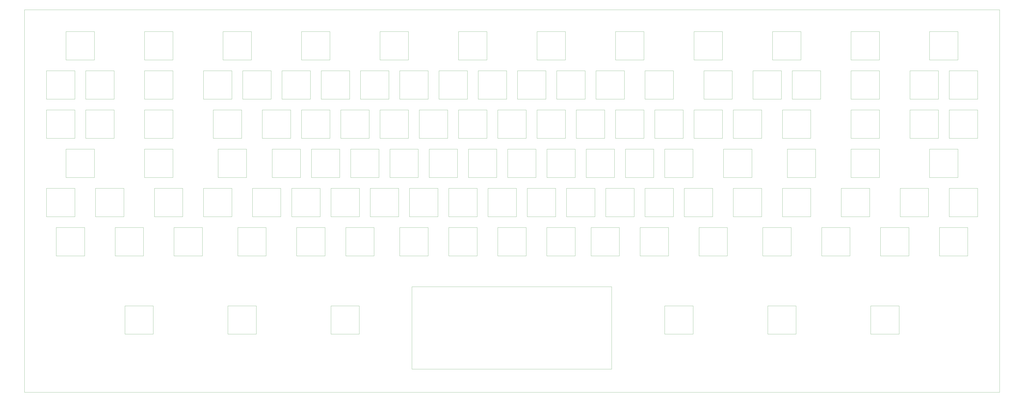
<source format=gbr>
%TF.GenerationSoftware,KiCad,Pcbnew,8.0.1-8.0.1-1~ubuntu22.04.1*%
%TF.CreationDate,2024-03-25T08:00:00+03:00*%
%TF.ProjectId,SpaceCadet,53706163-6543-4616-9465-742e6b696361,rev?*%
%TF.SameCoordinates,Original*%
%TF.FileFunction,AssemblyDrawing,Bot*%
%FSLAX46Y46*%
G04 Gerber Fmt 4.6, Leading zero omitted, Abs format (unit mm)*
G04 Created by KiCad (PCBNEW 8.0.1-8.0.1-1~ubuntu22.04.1) date 2024-03-25 08:00:00*
%MOMM*%
%LPD*%
G01*
G04 APERTURE LIST*
%ADD10C,0.100000*%
%ADD11C,0.120000*%
%TA.AperFunction,Profile*%
%ADD12C,0.100000*%
%TD*%
G04 APERTURE END LIST*
D10*
X379817382Y-98814999D02*
X393587382Y-98814999D01*
X393587382Y-112584999D01*
X379817382Y-112584999D01*
X379817382Y-98814999D01*
X260754922Y-60715004D02*
X274524922Y-60715004D01*
X274524922Y-74485004D01*
X260754922Y-74485004D01*
X260754922Y-60715004D01*
X275042422Y-98814999D02*
X288812422Y-98814999D01*
X288812422Y-112584999D01*
X275042422Y-112584999D01*
X275042422Y-98814999D01*
X365529912Y-41664997D02*
X379299912Y-41664997D01*
X379299912Y-55434997D01*
X365529912Y-55434997D01*
X365529912Y-41664997D01*
X441729832Y-60715004D02*
X455499832Y-60715004D01*
X455499832Y-74485004D01*
X441729832Y-74485004D01*
X441729832Y-60715004D01*
X179792472Y-98814999D02*
X193562472Y-98814999D01*
X193562472Y-112584999D01*
X179792472Y-112584999D01*
X179792472Y-98814999D01*
X127405002Y-60715004D02*
X141175002Y-60715004D01*
X141175002Y-74485004D01*
X127405002Y-74485004D01*
X127405002Y-60715004D01*
X189317452Y-79764994D02*
X203087452Y-79764994D01*
X203087452Y-93534994D01*
X189317452Y-93534994D01*
X189317452Y-79764994D01*
X310761232Y-117865004D02*
X324531232Y-117865004D01*
X324531232Y-131635004D01*
X310761232Y-131635004D01*
X310761232Y-117865004D01*
X322689387Y-155952562D02*
X336459387Y-155952562D01*
X336459387Y-169722562D01*
X322689387Y-169722562D01*
X322689387Y-155952562D01*
X372695012Y-155952614D02*
X386465012Y-155952614D01*
X386465012Y-169722614D01*
X372695012Y-169722614D01*
X372695012Y-155952614D01*
X422700895Y-155952666D02*
X436470895Y-155952666D01*
X436470895Y-169722666D01*
X422700895Y-169722666D01*
X422700895Y-155952666D01*
X108355002Y-22615000D02*
X122125002Y-22615000D01*
X122125002Y-36385000D01*
X108355002Y-36385000D01*
X108355002Y-22615000D01*
X117880012Y-41664997D02*
X131650012Y-41664997D01*
X131650012Y-55434997D01*
X117880012Y-55434997D01*
X117880012Y-41664997D01*
X398867532Y-117865004D02*
X412637532Y-117865004D01*
X412637532Y-131635004D01*
X398867532Y-131635004D01*
X398867532Y-117865004D01*
X413154852Y-60715004D02*
X426924852Y-60715004D01*
X426924852Y-74485004D01*
X413154852Y-74485004D01*
X413154852Y-60715004D01*
X339336252Y-117865004D02*
X353106252Y-117865004D01*
X353106252Y-131635004D01*
X339336252Y-131635004D01*
X339336252Y-117865004D01*
X22630002Y-60715004D02*
X36400002Y-60715004D01*
X36400002Y-74485004D01*
X22630002Y-74485004D01*
X22630002Y-60715004D01*
X427442542Y-117865004D02*
X441212542Y-117865004D01*
X441212542Y-131635004D01*
X427442542Y-131635004D01*
X427442542Y-117865004D01*
X75017502Y-98814999D02*
X88787502Y-98814999D01*
X88787502Y-112584999D01*
X75017502Y-112584999D01*
X75017502Y-98814999D01*
X289329902Y-41664997D02*
X303099902Y-41664997D01*
X303099902Y-55434997D01*
X289329902Y-55434997D01*
X289329902Y-41664997D01*
X41680005Y-60715004D02*
X55450005Y-60715004D01*
X55450005Y-74485004D01*
X41680005Y-74485004D01*
X41680005Y-60715004D01*
X279804902Y-60715004D02*
X293574902Y-60715004D01*
X293574902Y-74485004D01*
X279804902Y-74485004D01*
X279804902Y-60715004D01*
D11*
X199984670Y-146692999D02*
X296984670Y-146692999D01*
X296984670Y-186692999D01*
X199984670Y-186692999D01*
X199984670Y-146692999D01*
D10*
X46442502Y-98814999D02*
X60212502Y-98814999D01*
X60212502Y-112584999D01*
X46442502Y-112584999D01*
X46442502Y-98814999D01*
X70255012Y-60715004D02*
X84025012Y-60715004D01*
X84025012Y-74485004D01*
X70255012Y-74485004D01*
X70255012Y-60715004D01*
X460779822Y-60715004D02*
X474549822Y-60715004D01*
X474549822Y-74485004D01*
X460779822Y-74485004D01*
X460779822Y-60715004D01*
X460779852Y-41664997D02*
X474549852Y-41664997D01*
X474549852Y-55434997D01*
X460779852Y-55434997D01*
X460779852Y-41664997D01*
X198842462Y-98814999D02*
X212612462Y-98814999D01*
X212612462Y-112584999D01*
X198842462Y-112584999D01*
X198842462Y-98814999D01*
X413154882Y-41664997D02*
X426924882Y-41664997D01*
X426924882Y-55434997D01*
X413154882Y-55434997D01*
X413154882Y-41664997D01*
X232179932Y-41664997D02*
X245949932Y-41664997D01*
X245949932Y-55434997D01*
X232179932Y-55434997D01*
X232179932Y-41664997D01*
X313142402Y-98814999D02*
X326912402Y-98814999D01*
X326912402Y-112584999D01*
X313142402Y-112584999D01*
X313142402Y-98814999D01*
X105973742Y-79764994D02*
X119743742Y-79764994D01*
X119743742Y-93534994D01*
X105973742Y-93534994D01*
X105973742Y-79764994D01*
X98826252Y-98814999D02*
X112596252Y-98814999D01*
X112596252Y-112584999D01*
X98826252Y-112584999D01*
X98826252Y-98814999D01*
X122616252Y-98814999D02*
X136386252Y-98814999D01*
X136386252Y-112584999D01*
X122616252Y-112584999D01*
X122616252Y-98814999D01*
X351242342Y-79764994D02*
X365012342Y-79764994D01*
X365012342Y-93534994D01*
X351242342Y-93534994D01*
X351242342Y-79764994D01*
X260755012Y-22615000D02*
X274525012Y-22615000D01*
X274525012Y-36385000D01*
X260755012Y-36385000D01*
X260755012Y-22615000D01*
X303617382Y-79764994D02*
X317387382Y-79764994D01*
X317387382Y-93534994D01*
X303617382Y-93534994D01*
X303617382Y-79764994D01*
X155979982Y-41664997D02*
X169749982Y-41664997D01*
X169749982Y-55434997D01*
X155979982Y-55434997D01*
X155979982Y-41664997D01*
X375054932Y-22615000D02*
X388824932Y-22615000D01*
X388824932Y-36385000D01*
X375054932Y-36385000D01*
X375054932Y-22615000D01*
X413154822Y-79764994D02*
X426924822Y-79764994D01*
X426924822Y-93534994D01*
X413154822Y-93534994D01*
X413154822Y-79764994D01*
X22630002Y-98814999D02*
X36400002Y-98814999D01*
X36400002Y-112584999D01*
X22630002Y-112584999D01*
X22630002Y-98814999D01*
X115498752Y-117865004D02*
X129268752Y-117865004D01*
X129268752Y-131635004D01*
X115498752Y-131635004D01*
X115498752Y-117865004D01*
X313142402Y-41664997D02*
X326912402Y-41664997D01*
X326912402Y-55434997D01*
X313142402Y-55434997D01*
X313142402Y-41664997D01*
X70255012Y-41664997D02*
X84025012Y-41664997D01*
X84025012Y-55434997D01*
X70255012Y-55434997D01*
X70255012Y-41664997D01*
X70254992Y-22615000D02*
X84024992Y-22615000D01*
X84024992Y-36385000D01*
X70254992Y-36385000D01*
X70254992Y-22615000D01*
X336954962Y-22615000D02*
X350724962Y-22615000D01*
X350724962Y-36385000D01*
X336954962Y-36385000D01*
X336954962Y-22615000D01*
X146455002Y-22615000D02*
X160225002Y-22615000D01*
X160225002Y-36385000D01*
X146455002Y-36385000D01*
X146455002Y-22615000D01*
X284567382Y-79764994D02*
X298337382Y-79764994D01*
X298337382Y-93534994D01*
X284567382Y-93534994D01*
X284567382Y-79764994D01*
X270279912Y-41664997D02*
X284049912Y-41664997D01*
X284049912Y-55434997D01*
X270279912Y-55434997D01*
X270279912Y-41664997D01*
X451254882Y-22615000D02*
X465024882Y-22615000D01*
X465024882Y-36385000D01*
X451254882Y-36385000D01*
X451254882Y-22615000D01*
X356004852Y-60715004D02*
X369774852Y-60715004D01*
X369774852Y-74485004D01*
X356004852Y-74485004D01*
X356004852Y-60715004D01*
X236942432Y-98814999D02*
X250712432Y-98814999D01*
X250712432Y-112584999D01*
X236942432Y-112584999D01*
X236942432Y-98814999D01*
X167886252Y-117865004D02*
X181656252Y-117865004D01*
X181656252Y-131635004D01*
X167886252Y-131635004D01*
X167886252Y-117865004D01*
X141692492Y-98814999D02*
X155462492Y-98814999D01*
X155462492Y-112584999D01*
X141692492Y-112584999D01*
X141692492Y-98814999D01*
X382198582Y-79764994D02*
X395968582Y-79764994D01*
X395968582Y-93534994D01*
X382198582Y-93534994D01*
X382198582Y-79764994D01*
X203604952Y-60715004D02*
X217374952Y-60715004D01*
X217374952Y-74485004D01*
X203604952Y-74485004D01*
X203604952Y-60715004D01*
X298854982Y-22615000D02*
X312624982Y-22615000D01*
X312624982Y-36385000D01*
X298854982Y-36385000D01*
X298854982Y-22615000D01*
X460779912Y-98814999D02*
X474549912Y-98814999D01*
X474549912Y-112584999D01*
X460779912Y-112584999D01*
X460779912Y-98814999D01*
X379817352Y-60715004D02*
X393587352Y-60715004D01*
X393587352Y-74485004D01*
X379817352Y-74485004D01*
X379817352Y-60715004D01*
X317904882Y-60715004D02*
X331674882Y-60715004D01*
X331674882Y-74485004D01*
X317904882Y-74485004D01*
X317904882Y-60715004D01*
X32155000Y-79764994D02*
X45925000Y-79764994D01*
X45925000Y-93534994D01*
X32155000Y-93534994D01*
X32155000Y-79764994D01*
X370292512Y-117865004D02*
X384062512Y-117865004D01*
X384062512Y-131635004D01*
X370292512Y-131635004D01*
X370292512Y-117865004D01*
X170267462Y-79764994D02*
X184037462Y-79764994D01*
X184037462Y-93534994D01*
X170267462Y-93534994D01*
X170267462Y-79764994D01*
X146454992Y-60715004D02*
X160224992Y-60715004D01*
X160224992Y-74485004D01*
X146454992Y-74485004D01*
X146454992Y-60715004D01*
X222654942Y-60715004D02*
X236424942Y-60715004D01*
X236424942Y-74485004D01*
X222654942Y-74485004D01*
X222654942Y-60715004D01*
X241704932Y-60715004D02*
X255474932Y-60715004D01*
X255474932Y-74485004D01*
X241704932Y-74485004D01*
X241704932Y-60715004D01*
X332188642Y-98814999D02*
X345958642Y-98814999D01*
X345958642Y-112584999D01*
X332188642Y-112584999D01*
X332188642Y-98814999D01*
X355978642Y-98814999D02*
X369748642Y-98814999D01*
X369748642Y-112584999D01*
X355978642Y-112584999D01*
X355978642Y-98814999D01*
X22630002Y-41664997D02*
X36400002Y-41664997D01*
X36400002Y-55434997D01*
X22630002Y-55434997D01*
X22630002Y-41664997D01*
X208367432Y-79764994D02*
X222137432Y-79764994D01*
X222137432Y-93534994D01*
X208367432Y-93534994D01*
X208367432Y-79764994D01*
X160742482Y-98814999D02*
X174512482Y-98814999D01*
X174512482Y-112584999D01*
X160742482Y-112584999D01*
X160742482Y-98814999D01*
X98830012Y-41664997D02*
X112600012Y-41664997D01*
X112600012Y-55434997D01*
X98830012Y-55434997D01*
X98830012Y-41664997D01*
X70254992Y-79764994D02*
X84024992Y-79764994D01*
X84024992Y-93534994D01*
X70254992Y-93534994D01*
X70254992Y-79764994D01*
X217892442Y-98814999D02*
X231662442Y-98814999D01*
X231662442Y-112584999D01*
X217892442Y-112584999D01*
X217892442Y-98814999D01*
X441729862Y-41664997D02*
X455499862Y-41664997D01*
X455499862Y-55434997D01*
X441729862Y-55434997D01*
X441729862Y-41664997D01*
X265517402Y-79764994D02*
X279287402Y-79764994D01*
X279287402Y-93534994D01*
X265517402Y-93534994D01*
X265517402Y-79764994D01*
X451254782Y-79764994D02*
X465024782Y-79764994D01*
X465024782Y-93534994D01*
X451254782Y-93534994D01*
X451254782Y-79764994D01*
X103592512Y-60715004D02*
X117362512Y-60715004D01*
X117362512Y-74485004D01*
X103592512Y-74485004D01*
X103592512Y-60715004D01*
X241701242Y-117865004D02*
X255471242Y-117865004D01*
X255471242Y-131635004D01*
X241701242Y-131635004D01*
X241701242Y-117865004D01*
X265491242Y-117865004D02*
X279261242Y-117865004D01*
X279261242Y-131635004D01*
X265491242Y-131635004D01*
X265491242Y-117865004D01*
X194076242Y-117835004D02*
X207846242Y-117835004D01*
X207846242Y-131635004D01*
X194076242Y-131635004D01*
X194076242Y-117835004D01*
X217896242Y-117855004D02*
X231666242Y-117855004D01*
X231666242Y-131635004D01*
X217896242Y-131635004D01*
X217896242Y-117855004D01*
X384579902Y-41664997D02*
X398349902Y-41664997D01*
X398349902Y-55434997D01*
X384579902Y-55434997D01*
X384579902Y-41664997D01*
X84542502Y-117865004D02*
X98312502Y-117865004D01*
X98312502Y-131635004D01*
X84542502Y-131635004D01*
X84542502Y-117865004D01*
X413154912Y-22615000D02*
X426924912Y-22615000D01*
X426924912Y-36385000D01*
X413154912Y-36385000D01*
X413154912Y-22615000D01*
X251229922Y-41664997D02*
X264999922Y-41664997D01*
X264999922Y-55434997D01*
X251229922Y-55434997D01*
X251229922Y-41664997D01*
X227417422Y-79764994D02*
X241187422Y-79764994D01*
X241187422Y-93534994D01*
X227417422Y-93534994D01*
X227417422Y-79764994D01*
X246467412Y-79764994D02*
X260237412Y-79764994D01*
X260237412Y-93534994D01*
X246467412Y-93534994D01*
X246467412Y-79764994D01*
X222655022Y-22615000D02*
X236425022Y-22615000D01*
X236425022Y-36385000D01*
X222655022Y-36385000D01*
X222655022Y-22615000D01*
X60699381Y-155952562D02*
X74469381Y-155952562D01*
X74469381Y-169722562D01*
X60699381Y-169722562D01*
X60699381Y-155952562D01*
X110705006Y-155952614D02*
X124475006Y-155952614D01*
X124475006Y-169722614D01*
X110705006Y-169722614D01*
X110705006Y-155952614D01*
X160710889Y-155952666D02*
X174480889Y-155952666D01*
X174480889Y-169722666D01*
X160710889Y-169722666D01*
X160710889Y-155952666D01*
X184554962Y-60715004D02*
X198324962Y-60715004D01*
X198324962Y-74485004D01*
X184554962Y-74485004D01*
X184554962Y-60715004D01*
X408392402Y-98814999D02*
X422162402Y-98814999D01*
X422162402Y-112584999D01*
X408392402Y-112584999D01*
X408392402Y-98814999D01*
X175029972Y-41664997D02*
X188799972Y-41664997D01*
X188799972Y-55434997D01*
X175029972Y-55434997D01*
X175029972Y-41664997D01*
X286948732Y-117865004D02*
X300718732Y-117865004D01*
X300718732Y-131635004D01*
X286948732Y-131635004D01*
X286948732Y-117865004D01*
X132167482Y-79764994D02*
X145937482Y-79764994D01*
X145937482Y-93534994D01*
X132167482Y-93534994D01*
X132167482Y-79764994D01*
X322667362Y-79764994D02*
X336437362Y-79764994D01*
X336437362Y-93534994D01*
X322667362Y-93534994D01*
X322667362Y-79764994D01*
X298854882Y-60715004D02*
X312624882Y-60715004D01*
X312624882Y-74485004D01*
X298854882Y-74485004D01*
X298854882Y-60715004D01*
X151217472Y-79764994D02*
X164987472Y-79764994D01*
X164987472Y-93534994D01*
X151217472Y-93534994D01*
X151217472Y-79764994D01*
X55967502Y-117865004D02*
X69737502Y-117865004D01*
X69737502Y-131635004D01*
X55967502Y-131635004D01*
X55967502Y-117865004D01*
X41680005Y-41664997D02*
X55450005Y-41664997D01*
X55450005Y-55434997D01*
X41680005Y-55434997D01*
X41680005Y-41664997D01*
X436967412Y-98814999D02*
X450737412Y-98814999D01*
X450737412Y-112584999D01*
X436967412Y-112584999D01*
X436967412Y-98814999D01*
X255992432Y-98814999D02*
X269762432Y-98814999D01*
X269762432Y-112584999D01*
X255992432Y-112584999D01*
X255992432Y-98814999D01*
X213129952Y-41664997D02*
X226899952Y-41664997D01*
X226899952Y-55434997D01*
X213129952Y-55434997D01*
X213129952Y-41664997D01*
X341717412Y-41664997D02*
X355487412Y-41664997D01*
X355487412Y-55434997D01*
X341717412Y-55434997D01*
X341717412Y-41664997D01*
X165504982Y-60715004D02*
X179274982Y-60715004D01*
X179274982Y-74485004D01*
X165504982Y-74485004D01*
X165504982Y-60715004D01*
X194079962Y-41664997D02*
X207849962Y-41664997D01*
X207849962Y-55434997D01*
X194079962Y-55434997D01*
X194079962Y-41664997D01*
X336954882Y-60715004D02*
X350724882Y-60715004D01*
X350724882Y-74485004D01*
X336954882Y-74485004D01*
X336954882Y-60715004D01*
X456017552Y-117865004D02*
X469787552Y-117865004D01*
X469787552Y-131635004D01*
X456017552Y-131635004D01*
X456017552Y-117865004D01*
X144073752Y-117865004D02*
X157843752Y-117865004D01*
X157843752Y-131635004D01*
X144073752Y-131635004D01*
X144073752Y-117865004D01*
X294092412Y-98814999D02*
X307862412Y-98814999D01*
X307862412Y-112584999D01*
X294092412Y-112584999D01*
X294092412Y-98814999D01*
X32155000Y-22615000D02*
X45925000Y-22615000D01*
X45925000Y-36385000D01*
X32155000Y-36385000D01*
X32155000Y-22615000D01*
X184555012Y-22615000D02*
X198325012Y-22615000D01*
X198325012Y-36385000D01*
X184555012Y-36385000D01*
X184555012Y-22615000D01*
X136930002Y-41664997D02*
X150700002Y-41664997D01*
X150700002Y-55434997D01*
X136930002Y-55434997D01*
X136930002Y-41664997D01*
X27392502Y-117865004D02*
X41162502Y-117865004D01*
X41162502Y-131635004D01*
X27392502Y-131635004D01*
X27392502Y-117865004D01*
D12*
X12000000Y-12000000D02*
X485245312Y-12000000D01*
X485245312Y-198000000D01*
X12000000Y-198000000D01*
X12000000Y-12000000D01*
M02*

</source>
